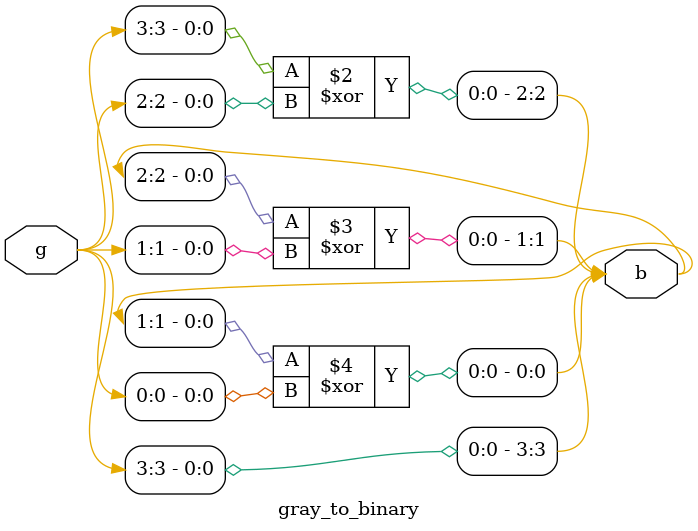
<source format=v>
`timescale 1ns / 1ps
module gray_to_binary(g,b);
input [3:0] g;
output reg [3:0] b;
always@(*) begin 
b[3] = g[3];
b[2] = b[3]^g[2];
b[1] = b[2]^g[1];
b[0] = b[1]^g[0];
end
endmodule
</source>
